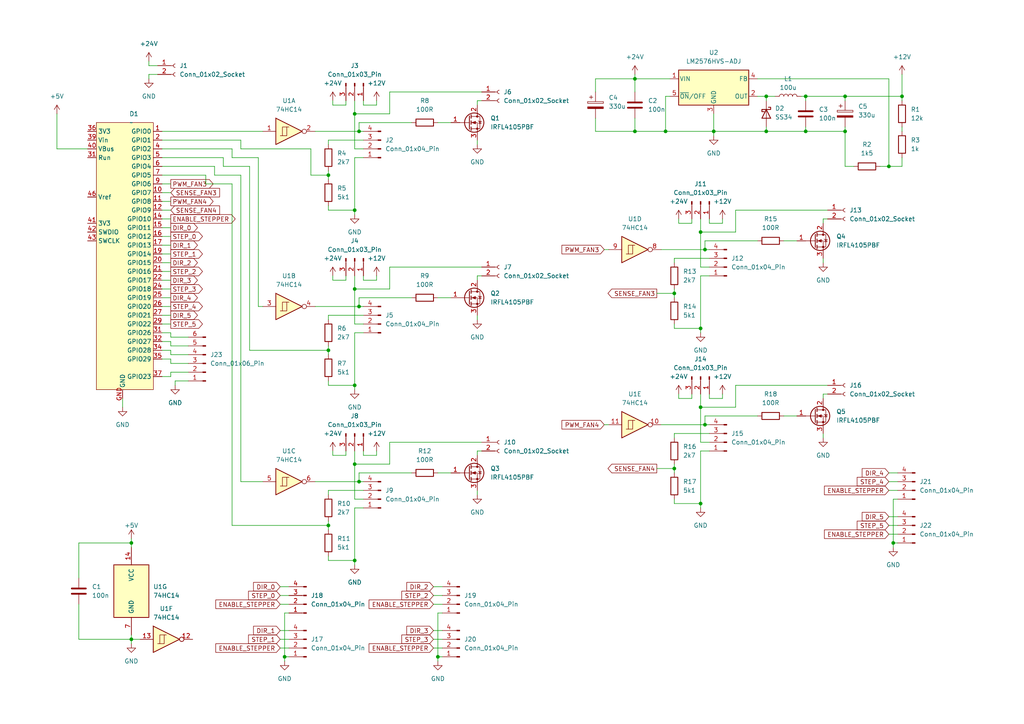
<source format=kicad_sch>
(kicad_sch (version 20230121) (generator eeschema)
  (paper "A4")
  (junction (at 104.14 139.7))
  (junction (at 184.15 38.1))
  (junction (at 95.25 101.6))
  (junction (at 203.2 118.11))
  (junction (at 102.87 33.02))
  (junction (at 95.25 152.4))
  (junction (at 245.11 38.1))
  (junction (at 102.87 60.96))
  (junction (at 204.47 72.39))
  (junction (at 203.2 95.25))
  (junction (at 233.68 27.94))
  (junction (at 203.2 67.31))
  (junction (at 102.87 134.62))
  (junction (at 102.87 111.76))
  (junction (at 257.81 48.26))
  (junction (at 38.1 185.42))
  (junction (at 195.58 135.89))
  (junction (at 82.55 190.5))
  (junction (at 222.25 27.94))
  (junction (at 259.08 157.48))
  (junction (at 233.68 38.1))
  (junction (at 104.14 88.9))
  (junction (at 195.58 85.09))
  (junction (at 261.62 27.94))
  (junction (at 193.04 38.1))
  (junction (at 38.1 157.48))
  (junction (at 204.47 123.19))
  (junction (at 207.01 38.1))
  (junction (at 203.2 146.05))
  (junction (at 222.25 38.1))
  (junction (at 102.87 162.56))
  (junction (at 245.11 27.94))
  (junction (at 184.15 22.86))
  (junction (at 104.14 38.1))
  (junction (at 95.25 50.8))
  (junction (at 102.87 83.82))
  (junction (at 127 190.5))
  (wire (pts (xy 100.33 130.81) (xy 100.33 132.08)))
  (wire (pts (xy 257.81 142.24) (xy 260.35 142.24)))
  (wire (pts (xy 196.85 64.77) (xy 196.85 63.5)))
  (wire (pts (xy 172.72 34.29) (xy 172.72 38.1)))
  (wire (pts (xy 138.43 29.21) (xy 139.7 29.21)))
  (wire (pts (xy 190.5 135.89) (xy 195.58 135.89)))
  (wire (pts (xy 109.22 30.48) (xy 105.41 30.48)))
  (wire (pts (xy 22.86 167.64) (xy 22.86 157.48)))
  (wire (pts (xy 138.43 40.64) (xy 138.43 41.91)))
  (wire (pts (xy 213.36 118.11) (xy 203.2 118.11)))
  (wire (pts (xy 74.93 45.72) (xy 67.31 45.72)))
  (wire (pts (xy 46.99 45.72) (xy 64.77 45.72)))
  (wire (pts (xy 219.71 22.86) (xy 257.81 22.86)))
  (wire (pts (xy 91.44 38.1) (xy 104.14 38.1)))
  (wire (pts (xy 184.15 34.29) (xy 184.15 38.1)))
  (wire (pts (xy 113.03 26.67) (xy 113.03 33.02)))
  (wire (pts (xy 113.03 134.62) (xy 102.87 134.62)))
  (wire (pts (xy 46.99 104.14) (xy 49.53 104.14)))
  (wire (pts (xy 238.76 114.3) (xy 240.03 114.3)))
  (wire (pts (xy 100.33 132.08) (xy 96.52 132.08)))
  (wire (pts (xy 195.58 83.82) (xy 195.58 85.09)))
  (wire (pts (xy 74.93 88.9) (xy 76.2 88.9)))
  (wire (pts (xy 102.87 96.52) (xy 105.41 96.52)))
  (wire (pts (xy 193.04 27.94) (xy 193.04 38.1)))
  (wire (pts (xy 104.14 38.1) (xy 105.41 38.1)))
  (wire (pts (xy 219.71 120.65) (xy 204.47 120.65)))
  (wire (pts (xy 203.2 130.81) (xy 205.74 130.81)))
  (wire (pts (xy 195.58 135.89) (xy 195.58 137.16)))
  (wire (pts (xy 102.87 147.32) (xy 105.41 147.32)))
  (wire (pts (xy 195.58 144.78) (xy 195.58 146.05)))
  (wire (pts (xy 195.58 134.62) (xy 195.58 135.89)))
  (wire (pts (xy 240.03 111.76) (xy 213.36 111.76)))
  (wire (pts (xy 102.87 62.23) (xy 102.87 60.96)))
  (wire (pts (xy 59.69 50.8) (xy 46.99 50.8)))
  (wire (pts (xy 193.04 38.1) (xy 207.01 38.1)))
  (wire (pts (xy 22.86 175.26) (xy 22.86 185.42)))
  (wire (pts (xy 46.99 88.9) (xy 49.53 88.9)))
  (wire (pts (xy 138.43 130.81) (xy 139.7 130.81)))
  (wire (pts (xy 49.53 101.6) (xy 49.53 102.87)))
  (wire (pts (xy 22.86 157.48) (xy 38.1 157.48)))
  (wire (pts (xy 175.26 72.39) (xy 176.53 72.39)))
  (wire (pts (xy 105.41 142.24) (xy 95.25 142.24)))
  (wire (pts (xy 113.03 83.82) (xy 102.87 83.82)))
  (wire (pts (xy 233.68 36.83) (xy 233.68 38.1)))
  (wire (pts (xy 259.08 144.78) (xy 260.35 144.78)))
  (wire (pts (xy 191.77 123.19) (xy 204.47 123.19)))
  (wire (pts (xy 195.58 93.98) (xy 195.58 95.25)))
  (wire (pts (xy 95.25 100.33) (xy 95.25 101.6)))
  (wire (pts (xy 45.72 21.59) (xy 43.18 21.59)))
  (wire (pts (xy 261.62 48.26) (xy 257.81 48.26)))
  (wire (pts (xy 95.25 152.4) (xy 95.25 153.67)))
  (wire (pts (xy 102.87 113.03) (xy 102.87 111.76)))
  (wire (pts (xy 49.53 105.41) (xy 54.61 105.41)))
  (wire (pts (xy 200.66 115.57) (xy 196.85 115.57)))
  (wire (pts (xy 127 177.8) (xy 128.27 177.8)))
  (wire (pts (xy 219.71 69.85) (xy 204.47 69.85)))
  (wire (pts (xy 259.08 158.75) (xy 259.08 157.48)))
  (wire (pts (xy 203.2 67.31) (xy 203.2 77.47)))
  (wire (pts (xy 82.55 190.5) (xy 83.82 190.5)))
  (wire (pts (xy 245.11 38.1) (xy 245.11 48.26)))
  (wire (pts (xy 245.11 48.26) (xy 247.65 48.26)))
  (wire (pts (xy 238.76 115.57) (xy 238.76 114.3)))
  (wire (pts (xy 96.52 132.08) (xy 96.52 130.81)))
  (wire (pts (xy 138.43 30.48) (xy 138.43 29.21)))
  (wire (pts (xy 190.5 85.09) (xy 195.58 85.09)))
  (wire (pts (xy 82.55 191.77) (xy 82.55 190.5)))
  (wire (pts (xy 196.85 115.57) (xy 196.85 114.3)))
  (wire (pts (xy 69.85 43.18) (xy 90.17 43.18)))
  (wire (pts (xy 222.25 27.94) (xy 224.79 27.94)))
  (wire (pts (xy 257.81 48.26) (xy 255.27 48.26)))
  (wire (pts (xy 46.99 99.06) (xy 49.53 99.06)))
  (wire (pts (xy 46.99 68.58) (xy 49.53 68.58)))
  (wire (pts (xy 200.66 64.77) (xy 196.85 64.77)))
  (wire (pts (xy 191.77 72.39) (xy 204.47 72.39)))
  (wire (pts (xy 100.33 30.48) (xy 96.52 30.48)))
  (wire (pts (xy 130.81 35.56) (xy 127 35.56)))
  (wire (pts (xy 49.53 100.33) (xy 54.61 100.33)))
  (wire (pts (xy 139.7 128.27) (xy 113.03 128.27)))
  (wire (pts (xy 35.56 115.57) (xy 35.56 118.11)))
  (wire (pts (xy 195.58 146.05) (xy 203.2 146.05)))
  (wire (pts (xy 233.68 27.94) (xy 232.41 27.94)))
  (wire (pts (xy 67.31 152.4) (xy 67.31 53.34)))
  (wire (pts (xy 233.68 38.1) (xy 222.25 38.1)))
  (wire (pts (xy 46.99 73.66) (xy 49.53 73.66)))
  (wire (pts (xy 102.87 45.72) (xy 105.41 45.72)))
  (wire (pts (xy 102.87 111.76) (xy 102.87 96.52)))
  (wire (pts (xy 46.99 60.96) (xy 49.53 60.96)))
  (wire (pts (xy 209.55 63.5) (xy 209.55 64.77)))
  (wire (pts (xy 207.01 38.1) (xy 207.01 39.37)))
  (wire (pts (xy 203.2 63.5) (xy 203.2 67.31)))
  (wire (pts (xy 261.62 29.21) (xy 261.62 27.94)))
  (wire (pts (xy 67.31 45.72) (xy 67.31 43.18)))
  (wire (pts (xy 50.8 110.49) (xy 54.61 110.49)))
  (wire (pts (xy 203.2 118.11) (xy 203.2 128.27)))
  (wire (pts (xy 95.25 91.44) (xy 95.25 92.71)))
  (wire (pts (xy 203.2 147.32) (xy 203.2 146.05)))
  (wire (pts (xy 46.99 86.36) (xy 49.53 86.36)))
  (wire (pts (xy 109.22 132.08) (xy 105.41 132.08)))
  (wire (pts (xy 45.72 19.05) (xy 43.18 19.05)))
  (wire (pts (xy 138.43 81.28) (xy 138.43 80.01)))
  (wire (pts (xy 95.25 162.56) (xy 102.87 162.56)))
  (wire (pts (xy 259.08 157.48) (xy 260.35 157.48)))
  (wire (pts (xy 109.22 81.28) (xy 105.41 81.28)))
  (wire (pts (xy 130.81 86.36) (xy 127 86.36)))
  (wire (pts (xy 205.74 115.57) (xy 205.74 114.3)))
  (wire (pts (xy 46.99 55.88) (xy 49.53 55.88)))
  (wire (pts (xy 203.2 146.05) (xy 203.2 130.81)))
  (wire (pts (xy 213.36 60.96) (xy 213.36 67.31)))
  (wire (pts (xy 233.68 27.94) (xy 245.11 27.94)))
  (wire (pts (xy 81.28 187.96) (xy 83.82 187.96)))
  (wire (pts (xy 240.03 60.96) (xy 213.36 60.96)))
  (wire (pts (xy 46.99 40.64) (xy 69.85 40.64)))
  (wire (pts (xy 43.18 19.05) (xy 43.18 17.78)))
  (wire (pts (xy 62.23 50.8) (xy 69.85 50.8)))
  (wire (pts (xy 102.87 83.82) (xy 102.87 93.98)))
  (wire (pts (xy 95.25 49.53) (xy 95.25 50.8)))
  (wire (pts (xy 49.53 102.87) (xy 54.61 102.87)))
  (wire (pts (xy 203.2 128.27) (xy 205.74 128.27)))
  (wire (pts (xy 127 177.8) (xy 127 190.5)))
  (wire (pts (xy 102.87 33.02) (xy 102.87 43.18)))
  (wire (pts (xy 95.25 111.76) (xy 102.87 111.76)))
  (wire (pts (xy 91.44 139.7) (xy 104.14 139.7)))
  (wire (pts (xy 38.1 185.42) (xy 40.64 185.42)))
  (wire (pts (xy 102.87 162.56) (xy 102.87 147.32)))
  (wire (pts (xy 257.81 137.16) (xy 260.35 137.16)))
  (wire (pts (xy 203.2 77.47) (xy 205.74 77.47)))
  (wire (pts (xy 95.25 151.13) (xy 95.25 152.4)))
  (wire (pts (xy 172.72 26.67) (xy 172.72 22.86)))
  (wire (pts (xy 125.73 175.26) (xy 128.27 175.26)))
  (wire (pts (xy 95.25 142.24) (xy 95.25 143.51)))
  (wire (pts (xy 204.47 69.85) (xy 204.47 72.39)))
  (wire (pts (xy 195.58 85.09) (xy 195.58 86.36)))
  (wire (pts (xy 46.99 76.2) (xy 49.53 76.2)))
  (wire (pts (xy 46.99 53.34) (xy 49.53 53.34)))
  (wire (pts (xy 102.87 29.21) (xy 102.87 33.02)))
  (wire (pts (xy 46.99 83.82) (xy 49.53 83.82)))
  (wire (pts (xy 245.11 36.83) (xy 245.11 38.1)))
  (wire (pts (xy 104.14 139.7) (xy 105.41 139.7)))
  (wire (pts (xy 113.03 33.02) (xy 102.87 33.02)))
  (wire (pts (xy 245.11 27.94) (xy 245.11 29.21)))
  (wire (pts (xy 245.11 27.94) (xy 261.62 27.94)))
  (wire (pts (xy 100.33 81.28) (xy 96.52 81.28)))
  (wire (pts (xy 46.99 96.52) (xy 49.53 96.52)))
  (wire (pts (xy 72.39 101.6) (xy 72.39 48.26)))
  (wire (pts (xy 219.71 27.94) (xy 222.25 27.94)))
  (wire (pts (xy 184.15 38.1) (xy 193.04 38.1)))
  (wire (pts (xy 138.43 80.01) (xy 139.7 80.01)))
  (wire (pts (xy 96.52 30.48) (xy 96.52 29.21)))
  (wire (pts (xy 125.73 185.42) (xy 128.27 185.42)))
  (wire (pts (xy 90.17 50.8) (xy 95.25 50.8)))
  (wire (pts (xy 119.38 86.36) (xy 104.14 86.36)))
  (wire (pts (xy 91.44 88.9) (xy 104.14 88.9)))
  (wire (pts (xy 46.99 63.5) (xy 49.53 63.5)))
  (wire (pts (xy 175.26 123.19) (xy 176.53 123.19)))
  (wire (pts (xy 81.28 175.26) (xy 83.82 175.26)))
  (wire (pts (xy 209.55 64.77) (xy 205.74 64.77)))
  (wire (pts (xy 49.53 109.22) (xy 49.53 107.95)))
  (wire (pts (xy 203.2 96.52) (xy 203.2 95.25)))
  (wire (pts (xy 46.99 48.26) (xy 62.23 48.26)))
  (wire (pts (xy 138.43 91.44) (xy 138.43 92.71)))
  (wire (pts (xy 113.03 128.27) (xy 113.03 134.62)))
  (wire (pts (xy 46.99 91.44) (xy 49.53 91.44)))
  (wire (pts (xy 204.47 123.19) (xy 205.74 123.19)))
  (wire (pts (xy 102.87 144.78) (xy 105.41 144.78)))
  (wire (pts (xy 125.73 170.18) (xy 128.27 170.18)))
  (wire (pts (xy 69.85 50.8) (xy 69.85 139.7)))
  (wire (pts (xy 95.25 101.6) (xy 95.25 102.87)))
  (wire (pts (xy 184.15 22.86) (xy 184.15 26.67)))
  (wire (pts (xy 172.72 38.1) (xy 184.15 38.1)))
  (wire (pts (xy 102.87 134.62) (xy 102.87 144.78)))
  (wire (pts (xy 49.53 97.79) (xy 54.61 97.79)))
  (wire (pts (xy 195.58 74.93) (xy 195.58 76.2)))
  (wire (pts (xy 200.66 114.3) (xy 200.66 115.57)))
  (wire (pts (xy 46.99 101.6) (xy 49.53 101.6)))
  (wire (pts (xy 231.14 120.65) (xy 227.33 120.65)))
  (wire (pts (xy 102.87 80.01) (xy 102.87 83.82)))
  (wire (pts (xy 38.1 185.42) (xy 38.1 186.69)))
  (wire (pts (xy 257.81 152.4) (xy 260.35 152.4)))
  (wire (pts (xy 138.43 132.08) (xy 138.43 130.81)))
  (wire (pts (xy 233.68 29.21) (xy 233.68 27.94)))
  (wire (pts (xy 127 191.77) (xy 127 190.5)))
  (wire (pts (xy 125.73 187.96) (xy 128.27 187.96)))
  (wire (pts (xy 205.74 125.73) (xy 195.58 125.73)))
  (wire (pts (xy 261.62 45.72) (xy 261.62 48.26)))
  (wire (pts (xy 95.25 161.29) (xy 95.25 162.56)))
  (wire (pts (xy 139.7 26.67) (xy 113.03 26.67)))
  (wire (pts (xy 194.31 27.94) (xy 193.04 27.94)))
  (wire (pts (xy 261.62 36.83) (xy 261.62 38.1)))
  (wire (pts (xy 238.76 125.73) (xy 238.76 127)))
  (wire (pts (xy 59.69 53.34) (xy 59.69 50.8)))
  (wire (pts (xy 172.72 22.86) (xy 184.15 22.86)))
  (wire (pts (xy 127 190.5) (xy 128.27 190.5)))
  (wire (pts (xy 43.18 21.59) (xy 43.18 22.86)))
  (wire (pts (xy 64.77 48.26) (xy 72.39 48.26)))
  (wire (pts (xy 46.99 109.22) (xy 49.53 109.22)))
  (wire (pts (xy 95.25 60.96) (xy 102.87 60.96)))
  (wire (pts (xy 109.22 80.01) (xy 109.22 81.28)))
  (wire (pts (xy 213.36 111.76) (xy 213.36 118.11)))
  (wire (pts (xy 81.28 172.72) (xy 83.82 172.72)))
  (wire (pts (xy 100.33 29.21) (xy 100.33 30.48)))
  (wire (pts (xy 38.1 157.48) (xy 38.1 158.75)))
  (wire (pts (xy 104.14 86.36) (xy 104.14 88.9)))
  (wire (pts (xy 119.38 35.56) (xy 104.14 35.56)))
  (wire (pts (xy 207.01 33.02) (xy 207.01 38.1)))
  (wire (pts (xy 259.08 144.78) (xy 259.08 157.48)))
  (wire (pts (xy 22.86 185.42) (xy 38.1 185.42)))
  (wire (pts (xy 184.15 22.86) (xy 194.31 22.86)))
  (wire (pts (xy 203.2 95.25) (xy 203.2 80.01)))
  (wire (pts (xy 100.33 80.01) (xy 100.33 81.28)))
  (wire (pts (xy 105.41 81.28) (xy 105.41 80.01)))
  (wire (pts (xy 49.53 96.52) (xy 49.53 97.79)))
  (wire (pts (xy 204.47 72.39) (xy 205.74 72.39)))
  (wire (pts (xy 72.39 101.6) (xy 95.25 101.6)))
  (wire (pts (xy 222.25 27.94) (xy 222.25 29.21)))
  (wire (pts (xy 38.1 157.48) (xy 38.1 156.21)))
  (wire (pts (xy 64.77 45.72) (xy 64.77 48.26)))
  (wire (pts (xy 184.15 21.59) (xy 184.15 22.86)))
  (wire (pts (xy 102.87 93.98) (xy 105.41 93.98)))
  (wire (pts (xy 104.14 137.16) (xy 104.14 139.7)))
  (wire (pts (xy 261.62 21.59) (xy 261.62 27.94)))
  (wire (pts (xy 69.85 139.7) (xy 76.2 139.7)))
  (wire (pts (xy 257.81 154.94) (xy 260.35 154.94)))
  (wire (pts (xy 38.1 184.15) (xy 38.1 185.42)))
  (wire (pts (xy 95.25 40.64) (xy 95.25 41.91)))
  (wire (pts (xy 46.99 66.04) (xy 49.53 66.04)))
  (wire (pts (xy 49.53 107.95) (xy 54.61 107.95)))
  (wire (pts (xy 81.28 170.18) (xy 83.82 170.18)))
  (wire (pts (xy 207.01 38.1) (xy 222.25 38.1)))
  (wire (pts (xy 49.53 104.14) (xy 49.53 105.41)))
  (wire (pts (xy 245.11 38.1) (xy 233.68 38.1)))
  (wire (pts (xy 46.99 71.12) (xy 49.53 71.12)))
  (wire (pts (xy 102.87 130.81) (xy 102.87 134.62)))
  (wire (pts (xy 113.03 77.47) (xy 113.03 83.82)))
  (wire (pts (xy 16.51 43.18) (xy 16.51 33.02)))
  (wire (pts (xy 46.99 78.74) (xy 49.53 78.74)))
  (wire (pts (xy 25.4 43.18) (xy 16.51 43.18)))
  (wire (pts (xy 125.73 182.88) (xy 128.27 182.88)))
  (wire (pts (xy 200.66 63.5) (xy 200.66 64.77)))
  (wire (pts (xy 204.47 120.65) (xy 204.47 123.19)))
  (wire (pts (xy 257.81 139.7) (xy 260.35 139.7)))
  (wire (pts (xy 205.74 64.77) (xy 205.74 63.5)))
  (wire (pts (xy 102.87 163.83) (xy 102.87 162.56)))
  (wire (pts (xy 203.2 114.3) (xy 203.2 118.11)))
  (wire (pts (xy 138.43 142.24) (xy 138.43 143.51)))
  (wire (pts (xy 69.85 40.64) (xy 69.85 43.18)))
  (wire (pts (xy 82.55 177.8) (xy 83.82 177.8)))
  (wire (pts (xy 105.41 132.08) (xy 105.41 130.81)))
  (wire (pts (xy 105.41 30.48) (xy 105.41 29.21)))
  (wire (pts (xy 95.25 59.69) (xy 95.25 60.96)))
  (wire (pts (xy 46.99 58.42) (xy 49.53 58.42)))
  (wire (pts (xy 139.7 77.47) (xy 113.03 77.47)))
  (wire (pts (xy 238.76 64.77) (xy 238.76 63.5)))
  (wire (pts (xy 46.99 38.1) (xy 76.2 38.1)))
  (wire (pts (xy 195.58 95.25) (xy 203.2 95.25)))
  (wire (pts (xy 195.58 125.73) (xy 195.58 127)))
  (wire (pts (xy 209.55 115.57) (xy 205.74 115.57)))
  (wire (pts (xy 67.31 152.4) (xy 95.25 152.4)))
  (wire (pts (xy 102.87 43.18) (xy 105.41 43.18)))
  (wire (pts (xy 96.52 81.28) (xy 96.52 80.01)))
  (wire (pts (xy 213.36 67.31) (xy 203.2 67.31)))
  (wire (pts (xy 125.73 172.72) (xy 128.27 172.72)))
  (wire (pts (xy 238.76 63.5) (xy 240.03 63.5)))
  (wire (pts (xy 49.53 99.06) (xy 49.53 100.33)))
  (wire (pts (xy 119.38 137.16) (xy 104.14 137.16)))
  (wire (pts (xy 257.81 22.86) (xy 257.81 48.26)))
  (wire (pts (xy 102.87 60.96) (xy 102.87 45.72)))
  (wire (pts (xy 205.74 74.93) (xy 195.58 74.93)))
  (wire (pts (xy 203.2 80.01) (xy 205.74 80.01)))
  (wire (pts (xy 209.55 114.3) (xy 209.55 115.57)))
  (wire (pts (xy 130.81 137.16) (xy 127 137.16)))
  (wire (pts (xy 105.41 91.44) (xy 95.25 91.44)))
  (wire (pts (xy 62.23 48.26) (xy 62.23 50.8)))
  (wire (pts (xy 67.31 53.34) (xy 59.69 53.34)))
  (wire (pts (xy 104.14 88.9) (xy 105.41 88.9)))
  (wire (pts (xy 81.28 182.88) (xy 83.82 182.88)))
  (wire (pts (xy 222.25 38.1) (xy 222.25 36.83)))
  (wire (pts (xy 90.17 43.18) (xy 90.17 50.8)))
  (wire (pts (xy 95.25 50.8) (xy 95.25 52.07)))
  (wire (pts (xy 46.99 81.28) (xy 49.53 81.28)))
  (wire (pts (xy 109.22 29.21) (xy 109.22 30.48)))
  (wire (pts (xy 95.25 110.49) (xy 95.25 111.76)))
  (wire (pts (xy 238.76 74.93) (xy 238.76 76.2)))
  (wire (pts (xy 67.31 43.18) (xy 46.99 43.18)))
  (wire (pts (xy 257.81 149.86) (xy 260.35 149.86)))
  (wire (pts (xy 50.8 111.76) (xy 50.8 110.49)))
  (wire (pts (xy 231.14 69.85) (xy 227.33 69.85)))
  (wire (pts (xy 104.14 35.56) (xy 104.14 38.1)))
  (wire (pts (xy 81.28 185.42) (xy 83.82 185.42)))
  (wire (pts (xy 109.22 130.81) (xy 109.22 132.08)))
  (wire (pts (xy 74.93 45.72) (xy 74.93 88.9)))
  (wire (pts (xy 105.41 40.64) (xy 95.25 40.64)))
  (wire (pts (xy 82.55 177.8) (xy 82.55 190.5)))
  (wire (pts (xy 46.99 93.98) (xy 49.53 93.98)))
  (global_label "DIR_5" (shape input) (at 257.81 149.86 180) (property "Intersheetrefs" "${INTERSHEET_REFS}" (effects hide)))
  (global_label "SENSE_FAN4" (shape output) (at 190.5 135.89 180) (property "Intersheetrefs" "${INTERSHEET_REFS}" (effects hide)))
  (global_label "DIR_4" (shape input) (at 257.81 137.16 180) (property "Intersheetrefs" "${INTERSHEET_REFS}" (effects hide)))
  (global_label "ENABLE_STEPPER" (shape input) (at 257.81 154.94 180) (property "Intersheetrefs" "${INTERSHEET_REFS}" (effects hide)))
  (global_label "STEP_5" (shape input) (at 257.81 152.4 180) (property "Intersheetrefs" "${INTERSHEET_REFS}" (effects hide)))
  (global_label "STEP_3" (shape input) (at 125.73 185.42 180) (property "Intersheetrefs" "${INTERSHEET_REFS}" (effects hide)))
  (global_label "PWM_FAN4" (shape output) (at 49.53 58.42 0) (property "Intersheetrefs" "${INTERSHEET_REFS}" (effects hide)))
  (global_label "DIR_3" (shape input) (at 125.73 182.88 180) (property "Intersheetrefs" "${INTERSHEET_REFS}" (effects hide)))
  (global_label "ENABLE_STEPPER" (shape input) (at 81.28 175.26 180) (property "Intersheetrefs" "${INTERSHEET_REFS}" (effects hide)))
  (global_label "SENSE_FAN4" (shape input) (at 49.53 60.96 0) (property "Intersheetrefs" "${INTERSHEET_REFS}" (effects hide)))
  (global_label "STEP_4" (shape input) (at 257.81 139.7 180) (property "Intersheetrefs" "${INTERSHEET_REFS}" (effects hide)))
  (global_label "ENABLE_STEPPER" (shape input) (at 81.28 187.96 180) (property "Intersheetrefs" "${INTERSHEET_REFS}" (effects hide)))
  (global_label "STEP_4" (shape output) (at 49.53 88.9 0) (property "Intersheetrefs" "${INTERSHEET_REFS}" (effects hide)))
  (global_label "DIR_2" (shape input) (at 125.73 170.18 180) (property "Intersheetrefs" "${INTERSHEET_REFS}" (effects hide)))
  (global_label "STEP_3" (shape output) (at 49.53 83.82 0) (property "Intersheetrefs" "${INTERSHEET_REFS}" (effects hide)))
  (global_label "SENSE_FAN3" (shape input) (at 49.53 55.88 0) (property "Intersheetrefs" "${INTERSHEET_REFS}" (effects hide)))
  (global_label "DIR_0" (shape input) (at 81.28 170.18 180) (property "Intersheetrefs" "${INTERSHEET_REFS}" (effects hide)))
  (global_label "STEP_2" (shape input) (at 125.73 172.72 180) (property "Intersheetrefs" "${INTERSHEET_REFS}" (effects hide)))
  (global_label "DIR_3" (shape output) (at 49.53 81.28 0) (property "Intersheetrefs" "${INTERSHEET_REFS}" (effects hide)))
  (global_label "PWM_FAN3" (shape output) (at 49.53 53.34 0) (property "Intersheetrefs" "${INTERSHEET_REFS}" (effects hide)))
  (global_label "PWM_FAN4" (shape input) (at 175.26 123.19 180) (property "Intersheetrefs" "${INTERSHEET_REFS}" (effects hide)))
  (global_label "DIR_5" (shape output) (at 49.53 91.44 0) (property "Intersheetrefs" "${INTERSHEET_REFS}" (effects hide)))
  (global_label "ENABLE_STEPPER" (shape input) (at 257.81 142.24 180) (property "Intersheetrefs" "${INTERSHEET_REFS}" (effects hide)))
  (global_label "DIR_4" (shape output) (at 49.53 86.36 0) (property "Intersheetrefs" "${INTERSHEET_REFS}" (effects hide)))
  (global_label "DIR_1" (shape input) (at 81.28 182.88 180) (property "Intersheetrefs" "${INTERSHEET_REFS}" (effects hide)))
  (global_label "STEP_0" (shape input) (at 81.28 172.72 180) (property "Intersheetrefs" "${INTERSHEET_REFS}" (effects hide)))
  (global_label "ENABLE_STEPPER" (shape input) (at 125.73 187.96 180) (property "Intersheetrefs" "${INTERSHEET_REFS}" (effects hide)))
  (global_label "DIR_2" (shape output) (at 49.53 76.2 0) (property "Intersheetrefs" "${INTERSHEET_REFS}" (effects hide)))
  (global_label "DIR_0" (shape output) (at 49.53 66.04 0) (property "Intersheetrefs" "${INTERSHEET_REFS}" (effects hide)))
  (global_label "ENABLE_STEPPER" (shape output) (at 49.53 63.5 0) (property "Intersheetrefs" "${INTERSHEET_REFS}" (effects hide)))
  (global_label "STEP_5" (shape output) (at 49.53 93.98 0) (property "Intersheetrefs" "${INTERSHEET_REFS}" (effects hide)))
  (global_label "STEP_1" (shape input) (at 81.28 185.42 180) (property "Intersheetrefs" "${INTERSHEET_REFS}" (effects hide)))
  (global_label "STEP_0" (shape output) (at 49.53 68.58 0) (property "Intersheetrefs" "${INTERSHEET_REFS}" (effects hide)))
  (global_label "DIR_1" (shape output) (at 49.53 71.12 0) (property "Intersheetrefs" "${INTERSHEET_REFS}" (effects hide)))
  (global_label "SENSE_FAN3" (shape output) (at 190.5 85.09 180) (property "Intersheetrefs" "${INTERSHEET_REFS}" (effects hide)))
  (global_label "STEP_1" (shape output) (at 49.53 73.66 0) (property "Intersheetrefs" "${INTERSHEET_REFS}" (effects hide)))
  (global_label "ENABLE_STEPPER" (shape input) (at 125.73 175.26 180) (property "Intersheetrefs" "${INTERSHEET_REFS}" (effects hide)))
  (global_label "STEP_2" (shape output) (at 49.53 78.74 0) (property "Intersheetrefs" "${INTERSHEET_REFS}" (effects hide)))
  (global_label "PWM_FAN3" (shape input) (at 175.26 72.39 180) (property "Intersheetrefs" "${INTERSHEET_REFS}" (effects hide)))
  (symbol (lib_id "Device:R") (at 195.58 130.81 0) (unit 1)
    (property "Reference" "R16" (at 198.12 129.54 0) (effects (justify left)))
    (property "Value" "2k7" (at 198.12 132.08 0) (effects (justify left)))
    (property "Footprint" "Resistor_SMD:R_0201_0603Metric_Pad0.64x0.40mm_HandSolder" (effects hide))
  )
  (symbol (lib_id "Connector:Conn_01x04_Pin") (at 265.43 154.94 180) (unit 1)
    (property "Reference" "J22" (at 266.7 152.4 0) (effects (justify right)))
    (property "Value" "Conn_01x04_Pin" (at 266.7 154.94 0) (effects (justify right)))
    (property "Footprint" "TerminalBlock_RND:TerminalBlock_RND_205-00003_1x04_P5.00mm_Horizontal" (effects hide))
  )
  (symbol (lib_id "power:+12V") (at 209.55 114.3 0) (unit 1)
    (property "Reference" "#PWR028" (effects hide))
    (property "Value" "+12V" (at 209.55 109.22 0))
  )
  (symbol (lib_id "power:GND") (at 138.43 92.71 0) (unit 1)
    (property "Reference" "#PWR017" (effects hide))
    (property "Value" "GND" (at 138.43 97.79 0))
  )
  (symbol (lib_id "Transistor_FET:IRF540N") (at 135.89 137.16 0) (unit 1)
    (property "Reference" "Q3" (at 142.24 135.89 0) (effects (justify left)))
    (property "Value" "IRFL4105PBF" (at 142.24 138.43 0) (effects (justify left)))
    (property "Footprint" "Package_TO_SOT_SMD:SOT-223" (effects hide))
    (property "Datasheet" "http://www.irf.com/product-info/datasheets/data/irf540n.pdf" (effects hide))
  )
  (symbol (lib_id "Device:R") (at 95.25 106.68 0) (unit 1)
    (property "Reference" "R7" (at 97.79 105.41 0) (effects (justify left)))
    (property "Value" "5k1" (at 97.79 107.95 0) (effects (justify left)))
    (property "Footprint" "Resistor_SMD:R_0201_0603Metric_Pad0.64x0.40mm_HandSolder" (effects hide))
  )
  (symbol (lib_id "power:+24V") (at 196.85 63.5 0) (unit 1)
    (property "Reference" "#PWR022" (effects hide))
    (property "Value" "+24V" (at 196.85 58.42 0))
  )
  (symbol (lib_id "power:GND") (at 203.2 96.52 0) (unit 1)
    (property "Reference" "#PWR023" (effects hide))
    (property "Value" "GND" (at 203.2 101.6 0))
  )
  (symbol (lib_id "74xx:74HC14") (at 83.82 88.9 0) (unit 2)
    (property "Reference" "U1" (at 83.82 80.01 0))
    (property "Value" "74HC14" (at 83.82 82.55 0))
    (property "Footprint" "Package_SO:SOIC-14_3.9x8.7mm_P1.27mm" (effects hide))
    (property "Datasheet" "http://www.ti.com/lit/gpn/sn74HC14" (effects hide))
  )
  (symbol (lib_id "power:+5V") (at 16.51 33.02 0) (unit 1)
    (property "Reference" "#PWR02" (effects hide))
    (property "Value" "+5V" (at 16.51 27.94 0))
  )
  (symbol (lib_id "power:GND") (at 138.43 41.91 0) (unit 1)
    (property "Reference" "#PWR016" (effects hide))
    (property "Value" "GND" (at 138.43 46.99 0))
  )
  (symbol (lib_id "power:GND") (at 38.1 186.69 0) (unit 1)
    (property "Reference" "#PWR06" (effects hide))
    (property "Value" "GND" (at 38.1 191.77 0))
  )
  (symbol (lib_id "power:GND") (at 207.01 39.37 0) (unit 1)
    (property "Reference" "#PWR09" (effects hide))
    (property "Value" "GND" (at 207.01 44.45 0))
  )
  (symbol (lib_id "74xx:74HC14") (at 184.15 123.19 0) (unit 5)
    (property "Reference" "U1" (at 184.15 114.3 0))
    (property "Value" "74HC14" (at 184.15 116.84 0))
    (property "Footprint" "Package_SO:SOIC-14_3.9x8.7mm_P1.27mm" (effects hide))
    (property "Datasheet" "http://www.ti.com/lit/gpn/sn74HC14" (effects hide))
  )
  (symbol (lib_id "74xx:74HC14") (at 83.82 139.7 0) (unit 3)
    (property "Reference" "U1" (at 83.82 130.81 0))
    (property "Value" "74HC14" (at 83.82 133.35 0))
    (property "Footprint" "Package_SO:SOIC-14_3.9x8.7mm_P1.27mm" (effects hide))
    (property "Datasheet" "http://www.ti.com/lit/gpn/sn74HC14" (effects hide))
  )
  (symbol (lib_id "Connector:Conn_01x06_Pin") (at 59.69 105.41 180) (unit 1)
    (property "Reference" "J23" (at 60.96 102.87 0) (effects (justify right)))
    (property "Value" "Conn_01x06_Pin" (at 60.96 105.41 0) (effects (justify right)))
    (property "Footprint" "TerminalBlock_RND:TerminalBlock_RND_205-00005_1x06_P5.00mm_Horizontal" (effects hide))
  )
  (symbol (lib_id "GioN_Custom:RaspberryPiPico_2040") (at 35.56 34.29 0) (unit 1)
    (property "Reference" "D1" (at 38.8541 33.02 0))
    (property "Value" "~" (at 38.1 35.56 0))
    (property "Footprint" "GioN_Custom:RaspberryPi_Pico_2040" (effects hide))
  )
  (symbol (lib_id "power:GND") (at 82.55 191.77 0) (unit 1)
    (property "Reference" "#PWR030" (effects hide))
    (property "Value" "GND" (at 82.55 196.85 0))
  )
  (symbol (lib_id "Transistor_FET:IRF540N") (at 135.89 35.56 0) (unit 1)
    (property "Reference" "Q1" (at 142.24 34.29 0) (effects (justify left)))
    (property "Value" "IRFL4105PBF" (at 142.24 36.83 0) (effects (justify left)))
    (property "Footprint" "Package_TO_SOT_SMD:SOT-223" (effects hide))
    (property "Datasheet" "http://www.irf.com/product-info/datasheets/data/irf540n.pdf" (effects hide))
  )
  (symbol (lib_id "Device:R") (at 123.19 137.16 90) (unit 1)
    (property "Reference" "R12" (at 123.19 130.81 90))
    (property "Value" "100R" (at 123.19 133.35 90))
    (property "Footprint" "Resistor_SMD:R_0201_0603Metric_Pad0.64x0.40mm_HandSolder" (effects hide))
  )
  (symbol (lib_id "power:+12V") (at 109.22 80.01 0) (unit 1)
    (property "Reference" "#PWR015" (effects hide))
    (property "Value" "+12V" (at 109.22 74.93 0))
  )
  (symbol (lib_id "Device:R") (at 195.58 90.17 0) (unit 1)
    (property "Reference" "R14" (at 198.12 88.9 0) (effects (justify left)))
    (property "Value" "5k1" (at 198.12 91.44 0) (effects (justify left)))
    (property "Footprint" "Resistor_SMD:R_0201_0603Metric_Pad0.64x0.40mm_HandSolder" (effects hide))
  )
  (symbol (lib_id "Device:C") (at 233.68 33.02 0) (unit 1)
    (property "Reference" "C3" (at 237.49 31.75 0) (effects (justify left)))
    (property "Value" "100n" (at 237.49 34.29 0) (effects (justify left)))
    (property "Footprint" "Capacitor_SMD:C_0603_1608Metric_Pad1.08x0.95mm_HandSolder" (effects hide))
  )
  (symbol (lib_id "Connector:Conn_01x02_Socket") (at 144.78 77.47 0) (unit 1)
    (property "Reference" "J7" (at 146.05 77.47 0) (effects (justify left)))
    (property "Value" "Conn_01x02_Socket" (at 146.05 80.01 0) (effects (justify left)))
    (property "Footprint" "TerminalBlock_RND:TerminalBlock_RND_205-00001_1x02_P5.00mm_Horizontal" (effects hide))
  )
  (symbol (lib_id "power:GND") (at 259.08 158.75 0) (unit 1)
    (property "Reference" "#PWR032" (effects hide))
    (property "Value" "GND" (at 259.08 163.83 0))
  )
  (symbol (lib_id "Device:C_Polarized") (at 245.11 33.02 0) (unit 1)
    (property "Reference" "C5" (at 248.92 30.861 0) (effects (justify left)))
    (property "Value" "330u" (at 248.92 33.401 0) (effects (justify left)))
    (property "Footprint" "Capacitor_SMD:CP_Elec_10x7.9" (effects hide))
  )
  (symbol (lib_id "Connector:Conn_01x03_Pin") (at 203.2 109.22 270) (unit 1)
    (property "Reference" "J14" (at 203.2 104.14 90))
    (property "Value" "Conn_01x03_Pin" (at 203.2 106.68 90))
    (property "Footprint" "Connector_PinHeader_2.54mm:PinHeader_1x03_P2.54mm_Vertical" (effects hide))
  )
  (symbol (lib_id "Connector:Conn_01x03_Pin") (at 102.87 125.73 270) (unit 1)
    (property "Reference" "J8" (at 102.87 120.65 90))
    (property "Value" "Conn_01x03_Pin" (at 102.87 123.19 90))
    (property "Footprint" "Connector_PinHeader_2.54mm:PinHeader_1x03_P2.54mm_Vertical" (effects hide))
  )
  (symbol (lib_id "Connector:Conn_01x04_Pin") (at 110.49 93.98 180) (unit 1)
    (property "Reference" "J5" (at 111.76 91.44 0) (effects (justify right)))
    (property "Value" "Conn_01x04_Pin" (at 111.76 93.98 0) (effects (justify right)))
    (property "Footprint" "Connector_PinHeader_2.54mm:PinHeader_1x04_P2.54mm_Vertical" (effects hide))
  )
  (symbol (lib_id "Connector:Conn_01x02_Socket") (at 144.78 128.27 0) (unit 1)
    (property "Reference" "J10" (at 146.05 128.27 0) (effects (justify left)))
    (property "Value" "Conn_01x02_Socket" (at 146.05 130.81 0) (effects (justify left)))
    (property "Footprint" "TerminalBlock_RND:TerminalBlock_RND_205-00001_1x02_P5.00mm_Horizontal" (effects hide))
  )
  (symbol (lib_id "Connector:Conn_01x02_Socket") (at 50.8 19.05 0) (unit 1)
    (property "Reference" "J1" (at 52.07 19.05 0) (effects (justify left)))
    (property "Value" "Conn_01x02_Socket" (at 52.07 21.59 0) (effects (justify left)))
    (property "Footprint" "TerminalBlock_RND:TerminalBlock_RND_205-00001_1x02_P5.00mm_Horizontal" (effects hide))
  )
  (symbol (lib_id "Device:R") (at 123.19 86.36 90) (unit 1)
    (property "Reference" "R9" (at 123.19 80.01 90))
    (property "Value" "100R" (at 123.19 82.55 90))
    (property "Footprint" "Resistor_SMD:R_0201_0603Metric_Pad0.64x0.40mm_HandSolder" (effects hide))
  )
  (symbol (lib_id "Device:R") (at 95.25 147.32 0) (unit 1)
    (property "Reference" "R10" (at 97.79 146.05 0) (effects (justify left)))
    (property "Value" "2k7" (at 97.79 148.59 0) (effects (justify left)))
    (property "Footprint" "Resistor_SMD:R_0201_0603Metric_Pad0.64x0.40mm_HandSolder" (effects hide))
  )
  (symbol (lib_id "Device:C") (at 184.15 30.48 0) (unit 1)
    (property "Reference" "C2" (at 187.96 29.21 0) (effects (justify left)))
    (property "Value" "100n" (at 187.96 31.75 0) (effects (justify left)))
    (property "Footprint" "Capacitor_SMD:C_0603_1608Metric_Pad1.08x0.95mm_HandSolder" (effects hide))
  )
  (symbol (lib_id "power:GND") (at 35.56 118.11 0) (unit 1)
    (property "Reference" "#PWR01" (effects hide))
    (property "Value" "GND" (at 35.56 123.19 0))
  )
  (symbol (lib_id "power:GND") (at 127 191.77 0) (unit 1)
    (property "Reference" "#PWR031" (effects hide))
    (property "Value" "GND" (at 127 196.85 0))
  )
  (symbol (lib_id "Device:R") (at 95.25 96.52 0) (unit 1)
    (property "Reference" "R6" (at 97.79 95.25 0) (effects (justify left)))
    (property "Value" "2k7" (at 97.79 97.79 0) (effects (justify left)))
    (property "Footprint" "Resistor_SMD:R_0201_0603Metric_Pad0.64x0.40mm_HandSolder" (effects hide))
  )
  (symbol (lib_id "power:+12V") (at 109.22 29.21 0) (unit 1)
    (property "Reference" "#PWR012" (effects hide))
    (property "Value" "+12V" (at 109.22 24.13 0))
  )
  (symbol (lib_id "Device:R") (at 123.19 35.56 90) (unit 1)
    (property "Reference" "R8" (at 123.19 29.21 90))
    (property "Value" "100R" (at 123.19 31.75 90))
    (property "Footprint" "Resistor_SMD:R_0201_0603Metric_Pad0.64x0.40mm_HandSolder" (effects hide))
  )
  (symbol (lib_id "Transistor_FET:IRF540N") (at 236.22 120.65 0) (unit 1)
    (property "Reference" "Q5" (at 242.57 119.38 0) (effects (justify left)))
    (property "Value" "IRFL4105PBF" (at 242.57 121.92 0) (effects (justify left)))
    (property "Footprint" "Package_TO_SOT_SMD:SOT-223" (effects hide))
    (property "Datasheet" "http://www.irf.com/product-info/datasheets/data/irf540n.pdf" (effects hide))
  )
  (symbol (lib_id "power:GND") (at 43.18 22.86 0) (unit 1)
    (property "Reference" "#PWR04" (effects hide))
    (property "Value" "GND" (at 43.18 27.94 0))
  )
  (symbol (lib_id "74xx:74HC14") (at 48.26 185.42 0) (unit 6)
    (property "Reference" "U1" (at 48.26 176.53 0))
    (property "Value" "74HC14" (at 48.26 179.07 0))
    (property "Footprint" "Package_SO:SOIC-14_3.9x8.7mm_P1.27mm" (effects hide))
    (property "Datasheet" "http://www.ti.com/lit/gpn/sn74HC14" (effects hide))
  )
  (symbol (lib_id "Device:R") (at 251.46 48.26 90) (unit 1)
    (property "Reference" "R2" (at 251.46 41.91 90))
    (property "Value" "1k5" (at 251.46 44.45 90))
    (property "Footprint" "Resistor_SMD:R_0201_0603Metric_Pad0.64x0.40mm_HandSolder" (effects hide))
  )
  (symbol (lib_id "74xx:74HC14") (at 83.82 38.1 0) (unit 1)
    (property "Reference" "U1" (at 83.82 29.21 0))
    (property "Value" "74HC14" (at 83.82 31.75 0))
    (property "Footprint" "Package_SO:SOIC-14_3.9x8.7mm_P1.27mm" (effects hide))
    (property "Datasheet" "http://www.ti.com/lit/gpn/sn74HC14" (effects hide))
  )
  (symbol (lib_id "Connector:Conn_01x02_Socket") (at 245.11 60.96 0) (unit 1)
    (property "Reference" "J13" (at 246.38 60.96 0) (effects (justify left)))
    (property "Value" "Conn_01x02_Socket" (at 246.38 63.5 0) (effects (justify left)))
    (property "Footprint" "TerminalBlock_RND:TerminalBlock_RND_205-00001_1x02_P5.00mm_Horizontal" (effects hide))
  )
  (symbol (lib_id "Device:R") (at 95.25 55.88 0) (unit 1)
    (property "Reference" "R5" (at 97.79 54.61 0) (effects (justify left)))
    (property "Value" "5k1" (at 97.79 57.15 0) (effects (justify left)))
    (property "Footprint" "Resistor_SMD:R_0201_0603Metric_Pad0.64x0.40mm_HandSolder" (effects hide))
  )
  (symbol (lib_id "Connector:Conn_01x03_Pin") (at 203.2 58.42 270) (unit 1)
    (property "Reference" "J11" (at 203.2 53.34 90))
    (property "Value" "Conn_01x03_Pin" (at 203.2 55.88 90))
    (property "Footprint" "Connector_PinHeader_2.54mm:PinHeader_1x03_P2.54mm_Vertical" (effects hide))
  )
  (symbol (lib_id "Device:R") (at 95.25 45.72 0) (unit 1)
    (property "Reference" "R4" (at 97.79 44.45 0) (effects (justify left)))
    (property "Value" "2k7" (at 97.79 46.99 0) (effects (justify left)))
    (property "Footprint" "Resistor_SMD:R_0201_0603Metric_Pad0.64x0.40mm_HandSolder" (effects hide))
  )
  (symbol (lib_id "Connector:Conn_01x02_Socket") (at 245.11 111.76 0) (unit 1)
    (property "Reference" "J16" (at 246.38 111.76 0) (effects (justify left)))
    (property "Value" "Conn_01x02_Socket" (at 246.38 114.3 0) (effects (justify left)))
    (property "Footprint" "TerminalBlock_RND:TerminalBlock_RND_205-00001_1x02_P5.00mm_Horizontal" (effects hide))
  )
  (symbol (lib_id "power:+24V") (at 96.52 130.81 0) (unit 1)
    (property "Reference" "#PWR018" (effects hide))
    (property "Value" "+24V" (at 96.52 125.73 0))
  )
  (symbol (lib_id "power:GND") (at 238.76 76.2 0) (unit 1)
    (property "Reference" "#PWR025" (effects hide))
    (property "Value" "GND" (at 238.76 81.28 0))
  )
  (symbol (lib_id "Connector:Conn_01x04_Pin") (at 133.35 175.26 180) (unit 1)
    (property "Reference" "J19" (at 134.62 172.72 0) (effects (justify right)))
    (property "Value" "Conn_01x04_Pin" (at 134.62 175.26 0) (effects (justify right)))
    (property "Footprint" "TerminalBlock_RND:TerminalBlock_RND_205-00003_1x04_P5.00mm_Horizontal" (effects hide))
  )
  (symbol (lib_id "Connector:Conn_01x04_Pin") (at 88.9 187.96 180) (unit 1)
    (property "Reference" "J17" (at 90.17 185.42 0) (effects (justify right)))
    (property "Value" "Conn_01x04_Pin" (at 90.17 187.96 0) (effects (justify right)))
    (property "Footprint" "TerminalBlock_RND:TerminalBlock_RND_205-00003_1x04_P5.00mm_Horizontal" (effects hide))
  )
  (symbol (lib_id "Device:R") (at 223.52 69.85 90) (unit 1)
    (property "Reference" "R15" (at 223.52 63.5 90))
    (property "Value" "100R" (at 223.52 66.04 90))
    (property "Footprint" "Resistor_SMD:R_0201_0603Metric_Pad0.64x0.40mm_HandSolder" (effects hide))
  )
  (symbol (lib_id "power:GND") (at 102.87 163.83 0) (unit 1)
    (property "Reference" "#PWR019" (effects hide))
    (property "Value" "GND" (at 102.87 168.91 0))
  )
  (symbol (lib_id "Connector:Conn_01x04_Pin") (at 110.49 144.78 180) (unit 1)
    (property "Reference" "J9" (at 111.76 142.24 0) (effects (justify right)))
    (property "Value" "Conn_01x04_Pin" (at 111.76 144.78 0) (effects (justify right)))
    (property "Footprint" "Connector_PinHeader_2.54mm:PinHeader_1x04_P2.54mm_Vertical" (effects hide))
  )
  (symbol (lib_id "power:+24V") (at 184.15 21.59 0) (unit 1)
    (property "Reference" "#PWR07" (effects hide))
    (property "Value" "+24V" (at 184.15 16.51 0))
  )
  (symbol (lib_id "power:+24V") (at 43.18 17.78 0) (unit 1)
    (property "Reference" "#PWR03" (effects hide))
    (property "Value" "+24V" (at 43.18 12.7 0))
  )
  (symbol (lib_id "Connector:Conn_01x04_Pin") (at 265.43 142.24 180) (unit 1)
    (property "Reference" "J21" (at 266.7 139.7 0) (effects (justify right)))
    (property "Value" "Conn_01x04_Pin" (at 266.7 142.24 0) (effects (justify right)))
    (property "Footprint" "TerminalBlock_RND:TerminalBlock_RND_205-00003_1x04_P5.00mm_Horizontal" (effects hide))
  )
  (symbol (lib_id "power:+12V") (at 261.62 21.59 0) (unit 1)
    (property "Reference" "#PWR08" (effects hide))
    (property "Value" "+12V" (at 261.62 16.51 0))
  )
  (symbol (lib_id "Connector:Conn_01x02_Socket") (at 144.78 26.67 0) (unit 1)
    (property "Reference" "J6" (at 146.05 26.67 0) (effects (justify left)))
    (property "Value" "Conn_01x02_Socket" (at 146.05 29.21 0) (effects (justify left)))
    (property "Footprint" "TerminalBlock_RND:TerminalBlock_RND_205-00001_1x02_P5.00mm_Horizontal" (effects hide))
  )
  (symbol (lib_id "power:+12V") (at 209.55 63.5 0) (unit 1)
    (property "Reference" "#PWR024" (effects hide))
    (property "Value" "+12V" (at 209.55 58.42 0))
  )
  (symbol (lib_id "Connector:Conn_01x04_Pin") (at 210.82 77.47 180) (unit 1)
    (property "Reference" "J12" (at 212.09 74.93 0) (effects (justify right)))
    (property "Value" "Conn_01x04_Pin" (at 212.09 77.47 0) (effects (justify right)))
    (property "Footprint" "Connector_PinHeader_2.54mm:PinHeader_1x04_P2.54mm_Vertical" (effects hide))
  )
  (symbol (lib_id "power:GND") (at 138.43 143.51 0) (unit 1)
    (property "Reference" "#PWR021" (effects hide))
    (property "Value" "GND" (at 138.43 148.59 0))
  )
  (symbol (lib_id "Connector:Conn_01x04_Pin") (at 110.49 43.18 180) (unit 1)
    (property "Reference" "J2" (at 111.76 40.64 0) (effects (justify right)))
    (property "Value" "Conn_01x04_Pin" (at 111.76 43.18 0) (effects (justify right)))
    (property "Footprint" "Connector_PinHeader_2.54mm:PinHeader_1x04_P2.54mm_Vertical" (effects hide))
  )
  (symbol (lib_id "74xx:74HC14") (at 38.1 171.45 0) (unit 7)
    (property "Reference" "U1" (at 44.45 170.18 0) (effects (justify left)))
    (property "Value" "74HC14" (at 44.45 172.72 0) (effects (justify left)))
    (property "Footprint" "Package_SO:SOIC-14_3.9x8.7mm_P1.27mm" (effects hide))
    (property "Datasheet" "http://www.ti.com/lit/gpn/sn74HC14" (effects hide))
  )
  (symbol (lib_id "power:GND") (at 238.76 127 0) (unit 1)
    (property "Reference" "#PWR029" (effects hide))
    (property "Value" "GND" (at 238.76 132.08 0))
  )
  (symbol (lib_id "power:GND") (at 102.87 113.03 0) (unit 1)
    (property "Reference" "#PWR014" (effects hide))
    (property "Value" "GND" (at 102.87 118.11 0))
  )
  (symbol (lib_id "Connector:Conn_01x03_Pin") (at 102.87 74.93 270) (unit 1)
    (property "Reference" "J4" (at 102.87 69.85 90))
    (property "Value" "Conn_01x03_Pin" (at 102.87 72.39 90))
    (property "Footprint" "Connector_PinHeader_2.54mm:PinHeader_1x03_P2.54mm_Vertical" (effects hide))
  )
  (symbol (lib_id "power:GND") (at 102.87 62.23 0) (unit 1)
    (property "Reference" "#PWR010" (effects hide))
    (property "Value" "GND" (at 102.87 67.31 0))
  )
  (symbol (lib_id "power:+12V") (at 109.22 130.81 0) (unit 1)
    (property "Reference" "#PWR020" (effects hide))
    (property "Value" "+12V" (at 109.22 125.73 0))
  )
  (symbol (lib_id "Device:R") (at 261.62 41.91 0) (unit 1)
    (property "Reference" "R3" (at 264.16 40.64 0) (effects (justify left)))
    (property "Value" "1k" (at 264.16 43.18 0) (effects (justify left)))
    (property "Footprint" "Resistor_SMD:R_0201_0603Metric_Pad0.64x0.40mm_HandSolder" (effects hide))
  )
  (symbol (lib_id "Transistor_FET:IRF540N") (at 135.89 86.36 0) (unit 1)
    (property "Reference" "Q2" (at 142.24 85.09 0) (effects (justify left)))
    (property "Value" "IRFL4105PBF" (at 142.24 87.63 0) (effects (justify left)))
    (property "Footprint" "Package_TO_SOT_SMD:SOT-223" (effects hide))
    (property "Datasheet" "http://www.irf.com/product-info/datasheets/data/irf540n.pdf" (effects hide))
  )
  (symbol (lib_id "power:+5V") (at 38.1 156.21 0) (unit 1)
    (property "Reference" "#PWR05" (effects hide))
    (property "Value" "+5V" (at 38.1 152.4 0))
  )
  (symbol (lib_id "power:+24V") (at 196.85 114.3 0) (unit 1)
    (property "Reference" "#PWR026" (effects hide))
    (property "Value" "+24V" (at 196.85 109.22 0))
  )
  (symbol (lib_id "Device:R") (at 95.25 157.48 0) (unit 1)
    (property "Reference" "R11" (at 97.79 156.21 0) (effects (justify left)))
    (property "Value" "5k1" (at 97.79 158.75 0) (effects (justify left)))
    (property "Footprint" "Resistor_SMD:R_0201_0603Metric_Pad0.64x0.40mm_HandSolder" (effects hide))
  )
  (symbol (lib_id "Device:L") (at 228.6 27.94 90) (unit 1)
    (property "Reference" "L1" (at 228.6 22.86 90))
    (property "Value" "100u" (at 228.6 25.4 90))
    (property "Footprint" "GioN_Custom:L_12x12mm_H8mm" (effects hide))
  )
  (symbol (lib_id "Device:C_Polarized") (at 172.72 30.48 0) (unit 1)
    (property "Reference" "C4" (at 176.53 28.321 0) (effects (justify left)))
    (property "Value" "330u" (at 176.53 30.861 0) (effects (justify left)))
    (property "Footprint" "Capacitor_SMD:CP_Elec_10x7.9" (effects hide))
  )
  (symbol (lib_id "power:GND") (at 203.2 147.32 0) (unit 1)
    (property "Reference" "#PWR027" (effects hide))
    (property "Value" "GND" (at 203.2 152.4 0))
  )
  (symbol (lib_id "Device:R") (at 223.52 120.65 90) (unit 1)
    (property "Reference" "R18" (at 223.52 114.3 90))
    (property "Value" "100R" (at 223.52 116.84 90))
    (property "Footprint" "Resistor_SMD:R_0201_0603Metric_Pad0.64x0.40mm_HandSolder" (effects hide))
  )
  (symbol (lib_id "Device:R") (at 261.62 33.02 0) (unit 1)
    (property "Reference" "R1" (at 264.16 31.75 0) (effects (justify left)))
    (property "Value" "12k" (at 264.16 34.29 0) (effects (justify left)))
    (property "Footprint" "Resistor_SMD:R_0201_0603Metric_Pad0.64x0.40mm_HandSolder" (effects hide))
  )
  (symbol (lib_id "power:+24V") (at 96.52 29.21 0) (unit 1)
    (property "Reference" "#PWR011" (effects hide))
    (property "Value" "+24V" (at 96.52 24.13 0))
  )
  (symbol (lib_id "Connector:Conn_01x04_Pin") (at 133.35 187.96 180) (unit 1)
    (property "Reference" "J20" (at 134.62 185.42 0) (effects (justify right)))
    (property "Value" "Conn_01x04_Pin" (at 134.62 187.96 0) (effects (justify right)))
    (property "Footprint" "TerminalBlock_RND:TerminalBlock_RND_205-00003_1x04_P5.00mm_Horizontal" (effects hide))
  )
  (symbol (lib_id "74xx:74HC14") (at 184.15 72.39 0) (unit 4)
    (property "Reference" "U1" (at 184.15 63.5 0))
    (property "Value" "74HC14" (at 184.15 66.04 0))
    (property "Footprint" "Package_SO:SOIC-14_3.9x8.7mm_P1.27mm" (effects hide))
    (property "Datasheet" "http://www.ti.com/lit/gpn/sn74HC14" (effects hide))
  )
  (symbol (lib_id "Connector:Conn_01x04_Pin") (at 210.82 128.27 180) (unit 1)
    (property "Reference" "J15" (at 212.09 125.73 0) (effects (justify right)))
    (property "Value" "Conn_01x04_Pin" (at 212.09 128.27 0) (effects (justify right)))
    (property "Footprint" "Connector_PinHeader_2.54mm:PinHeader_1x04_P2.54mm_Vertical" (effects hide))
  )
  (symbol (lib_id "Device:C") (at 22.86 171.45 0) (unit 1)
    (property "Reference" "C1" (at 26.67 170.18 0) (effects (justify left)))
    (property "Value" "100n" (at 26.67 172.72 0) (effects (justify left)))
    (property "Footprint" "Capacitor_SMD:C_0603_1608Metric_Pad1.08x0.95mm_HandSolder" (effects hide))
  )
  (symbol (lib_id "Regulator_Switching:LM2576HVS-ADJ") (at 207.01 25.4 0) (unit 1)
    (property "Reference" "U2" (at 207.01 15.24 0))
    (property "Value" "LM2576HVS-ADJ" (at 207.01 17.78 0))
    (property "Footprint" "Package_TO_SOT_SMD:TO-263-5_TabPin3" (effects hide))
    (property "Datasheet" "http://www.ti.com/lit/ds/symlink/lm2576.pdf" (effects hide))
  )
  (symbol (lib_id "Connector:Conn_01x03_Pin") (at 102.87 24.13 270) (unit 1)
    (property "Reference" "J3" (at 102.87 19.05 90))
    (property "Value" "Conn_01x03_Pin" (at 102.87 21.59 90))
    (property "Footprint" "Connector_PinHeader_2.54mm:PinHeader_1x03_P2.54mm_Vertical" (effects hide))
  )
  (symbol (lib_id "Connector:Conn_01x04_Pin") (at 88.9 175.26 180) (unit 1)
    (property "Reference" "J18" (at 90.17 172.72 0) (effects (justify right)))
    (property "Value" "Conn_01x04_Pin" (at 90.17 175.26 0) (effects (justify right)))
    (property "Footprint" "TerminalBlock_RND:TerminalBlock_RND_205-00003_1x04_P5.00mm_Horizontal" (effects hide))
  )
  (symbol (lib_id "Transistor_FET:IRF540N") (at 236.22 69.85 0) (unit 1)
    (property "Reference" "Q4" (at 242.57 68.58 0) (effects (justify left)))
    (property "Value" "IRFL4105PBF" (at 242.57 71.12 0) (effects (justify left)))
    (property "Footprint" "Package_TO_SOT_SMD:SOT-223" (effects hide))
    (property "Datasheet" "http://www.irf.com/product-info/datasheets/data/irf540n.pdf" (effects hide))
  )
  (symbol (lib_id "Device:R") (at 195.58 80.01 0) (unit 1)
    (property "Reference" "R13" (at 198.12 78.74 0) (effects (justify left)))
    (property "Value" "2k7" (at 198.12 81.28 0) (effects (justify left)))
    (property "Footprint" "Resistor_SMD:R_0201_0603Metric_Pad0.64x0.40mm_HandSolder" (effects hide))
  )
  (symbol (lib_id "Device:D_Schottky") (at 222.25 33.02 270) (unit 1)
    (property "Reference" "D2" (at 224.79 31.4325 90) (effects (justify left)))
    (property "Value" "SS34" (at 224.79 33.9725 90) (effects (justify left)))
    (property "Footprint" "Diode_SMD:D_SMA_Handsoldering" (effects hide))
  )
  (symbol (lib_id "power:+24V") (at 96.52 80.01 0) (unit 1)
    (property "Reference" "#PWR013" (effects hide))
    (property "Value" "+24V" (at 96.52 74.93 0))
  )
  (symbol (lib_id "power:GND") (at 50.8 111.76 0) (unit 1)
    (property "Reference" "#PWR033" (effects hide))
    (property "Value" "GND" (at 50.8 116.84 0))
  )
  (symbol (lib_id "Device:R") (at 195.58 140.97 0) (unit 1)
    (property "Reference" "R17" (at 198.12 139.7 0) (effects (justify left)))
    (property "Value" "5k1" (at 198.12 142.24 0) (effects (justify left)))
    (property "Footprint" "Resistor_SMD:R_0201_0603Metric_Pad0.64x0.40mm_HandSolder" (effects hide))
  )
)
</source>
